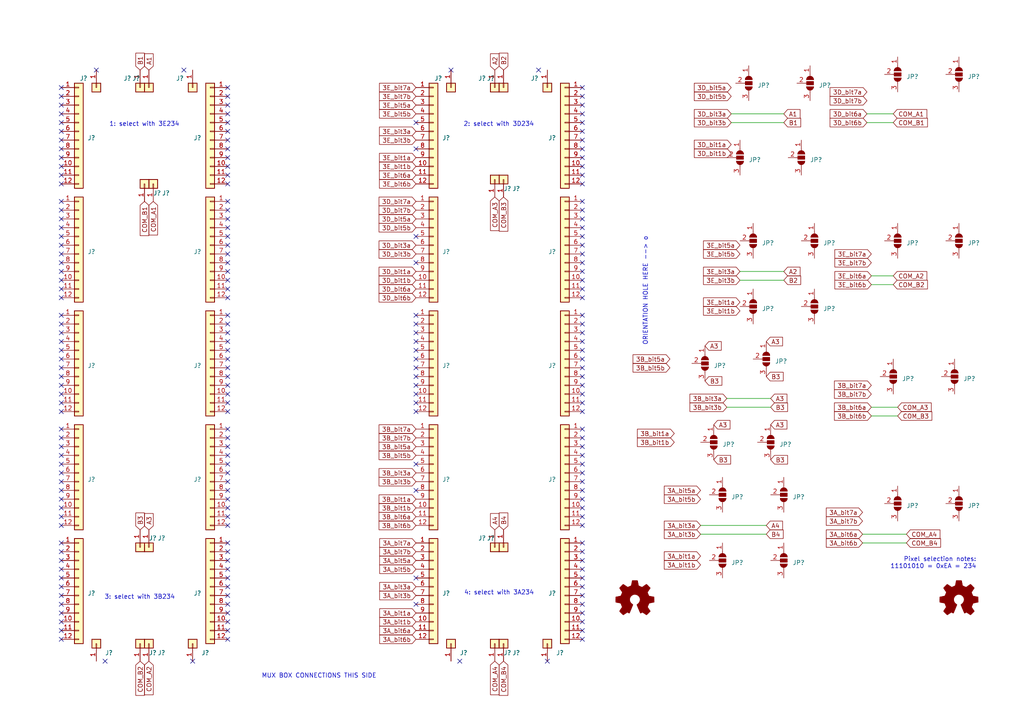
<source format=kicad_sch>
(kicad_sch (version 20210126) (generator eeschema)
  (paper "A4")
  (lib_symbols
    (symbol "Connector_Generic:Conn_01x01" (pin_names (offset 1.016) hide)
      (property "Reference" "J" (at 0 2.54 0))
      (property "Value" "Conn_01x01" (at 0 -2.54 0))
      (symbol "Conn_01x01_1_1"
        (rectangle (start -1.27 0.127) (end 0 -0.127) (stroke (width 0.1524)))
        (rectangle (start -1.27 1.27) (end 1.27 -1.27) (stroke (width 0.254)) (fill (type background)))
        (pin passive line (at -5.08 0 0) (length 3.81) (name "Pin_1") (number "1"))
      )
    )
    (symbol "Connector_Generic:Conn_01x12" (pin_names (offset 1.016) hide)
      (property "Reference" "J" (at 0 15.24 0))
      (property "Value" "Conn_01x12" (at 0 -17.78 0))
      (symbol "Conn_01x12_1_1"
        (rectangle (start -1.27 -15.113) (end 0 -15.367) (stroke (width 0.1524)))
        (rectangle (start -1.27 -12.573) (end 0 -12.827) (stroke (width 0.1524)))
        (rectangle (start -1.27 -10.033) (end 0 -10.287) (stroke (width 0.1524)))
        (rectangle (start -1.27 -7.493) (end 0 -7.747) (stroke (width 0.1524)))
        (rectangle (start -1.27 -4.953) (end 0 -5.207) (stroke (width 0.1524)))
        (rectangle (start -1.27 -2.413) (end 0 -2.667) (stroke (width 0.1524)))
        (rectangle (start -1.27 0.127) (end 0 -0.127) (stroke (width 0.1524)))
        (rectangle (start -1.27 2.667) (end 0 2.413) (stroke (width 0.1524)))
        (rectangle (start -1.27 5.207) (end 0 4.953) (stroke (width 0.1524)))
        (rectangle (start -1.27 7.747) (end 0 7.493) (stroke (width 0.1524)))
        (rectangle (start -1.27 10.287) (end 0 10.033) (stroke (width 0.1524)))
        (rectangle (start -1.27 12.827) (end 0 12.573) (stroke (width 0.1524)))
        (rectangle (start -1.27 13.97) (end 1.27 -16.51) (stroke (width 0.254)) (fill (type background)))
        (pin passive line (at -5.08 12.7 0) (length 3.81) (name "Pin_1") (number "1"))
        (pin passive line (at -5.08 -10.16 0) (length 3.81) (name "Pin_10") (number "10"))
        (pin passive line (at -5.08 -12.7 0) (length 3.81) (name "Pin_11") (number "11"))
        (pin passive line (at -5.08 -15.24 0) (length 3.81) (name "Pin_12") (number "12"))
        (pin passive line (at -5.08 10.16 0) (length 3.81) (name "Pin_2") (number "2"))
        (pin passive line (at -5.08 7.62 0) (length 3.81) (name "Pin_3") (number "3"))
        (pin passive line (at -5.08 5.08 0) (length 3.81) (name "Pin_4") (number "4"))
        (pin passive line (at -5.08 2.54 0) (length 3.81) (name "Pin_5") (number "5"))
        (pin passive line (at -5.08 0 0) (length 3.81) (name "Pin_6") (number "6"))
        (pin passive line (at -5.08 -2.54 0) (length 3.81) (name "Pin_7") (number "7"))
        (pin passive line (at -5.08 -5.08 0) (length 3.81) (name "Pin_8") (number "8"))
        (pin passive line (at -5.08 -7.62 0) (length 3.81) (name "Pin_9") (number "9"))
      )
    )
    (symbol "Graphic:Logo_Open_Hardware_Small" (pin_names (offset 1.016))
      (symbol "Logo_Open_Hardware_Small_0_1"
        (polyline (pts (xy 3.3528 -4.3434) (xy 3.302 -4.318) (xy 3.175 -4.2418) (xy 2.9972 -4.1148) (xy 2.7686 -3.9624) (xy 2.54 -3.81) (xy 2.3622 -3.7084) (xy 2.2352 -3.6068) (xy 2.1844 -3.5814) (xy 2.159 -3.6068) (xy 2.0574 -3.6576) (xy 1.905 -3.7338) (xy 1.8034 -3.7846) (xy 1.6764 -3.8354) (xy 1.6002 -3.8354) (xy 1.6002 -3.8354) (xy 1.5494 -3.7338) (xy 1.4732 -3.5306) (xy 1.3462 -3.302) (xy 1.2446 -3.0226) (xy 1.1176 -2.7178) (xy 0.9652 -2.413) (xy 0.8636 -2.1082) (xy 0.7366 -1.8288) (xy 0.6604 -1.6256) (xy 0.6096 -1.4732) (xy 0.5842 -1.397) (xy 0.5842 -1.397) (xy 0.6604 -1.3208) (xy 0.7874 -1.2446) (xy 1.0414 -1.016) (xy 1.2954 -0.6858) (xy 1.4478 -0.3302) (xy 1.524 0.0762) (xy 1.4732 0.4572) (xy 1.3208 0.8128) (xy 1.0668 1.143) (xy 0.762 1.3716) (xy 0.4064 1.524) (xy 0 1.5748) (xy -0.381 1.5494) (xy -0.7366 1.397) (xy -1.0668 1.143) (xy -1.2192 0.9906) (xy -1.397 0.6604) (xy -1.524 0.3048) (xy -1.524 0.2286) (xy -1.4986 -0.1778) (xy -1.397 -0.5334) (xy -1.1938 -0.8636) (xy -0.9144 -1.143) (xy -0.8636 -1.1684) (xy -0.7366 -1.27) (xy -0.635 -1.3462) (xy -0.5842 -1.397) (xy -1.0668 -2.5908) (xy -1.143 -2.794) (xy -1.2954 -3.1242) (xy -1.397 -3.4036) (xy -1.4986 -3.6322) (xy -1.5748 -3.7846) (xy -1.6002 -3.8354) (xy -1.6002 -3.8354) (xy -1.651 -3.8354) (xy -1.7272 -3.81) (xy -1.905 -3.7338) (xy -2.0066 -3.683) (xy -2.1336 -3.6068) (xy -2.2098 -3.5814) (xy -2.2606 -3.6068) (xy -2.3622 -3.683) (xy -2.54 -3.81) (xy -2.7686 -3.9624) (xy -2.9718 -4.0894) (xy -3.1496 -4.2164) (xy -3.302 -4.318) (xy -3.3528 -4.3434) (xy -3.3782 -4.3434) (xy -3.429 -4.318) (xy -3.5306 -4.2164) (xy -3.7084 -4.064) (xy -3.937 -3.8354) (xy -3.9624 -3.81) (xy -4.1656 -3.6068) (xy -4.318 -3.4544) (xy -4.4196 -3.3274) (xy -4.445 -3.2766) (xy -4.445 -3.2766) (xy -4.4196 -3.2258) (xy -4.318 -3.0734) (xy -4.2164 -2.8956) (xy -4.064 -2.667) (xy -3.6576 -2.0828) (xy -3.8862 -1.5494) (xy -3.937 -1.3716) (xy -4.0386 -1.1684) (xy -4.0894 -1.0414) (xy -4.1148 -0.9652) (xy -4.191 -0.9398) (xy -4.318 -0.9144) (xy -4.5466 -0.8636) (xy -4.8006 -0.8128) (xy -5.0546 -0.7874) (xy -5.2578 -0.7366) (xy -5.4356 -0.7112) (xy -5.5118 -0.6858) (xy -5.5118 -0.6858) (xy -5.5372 -0.635) (xy -5.5372 -0.5588) (xy -5.5372 -0.4318) (xy -5.5626 -0.2286) (xy -5.5626 0.0762) (xy -5.5626 0.127) (xy -5.5372 0.4064) (xy -5.5372 0.635) (xy -5.5372 0.762) (xy -5.5372 0.8382) (xy -5.5372 0.8382) (xy -5.461 0.8382) (xy -5.3086 0.889) (xy -5.08 0.9144) (xy -4.826 0.9652) (xy -4.8006 0.9906) (xy -4.5466 1.0414) (xy -4.318 1.0668) (xy -4.1656 1.1176) (xy -4.0894 1.143) (xy -4.0894 1.143) (xy -4.0386 1.2446) (xy -3.9624 1.4224) (xy -3.8608 1.6256) (xy -3.7846 1.8288) (xy -3.7084 2.0066) (xy -3.6576 2.159) (xy -3.6322 2.2098) (xy -3.6322 2.2098) (xy -3.683 2.286) (xy -3.7592 2.413) (xy -3.8862 2.5908) (xy -4.064 2.8194) (xy -4.064 2.8448) (xy -4.2164 3.0734) (xy -4.3434 3.2512) (xy -4.4196 3.3782) (xy -4.445 3.4544) (xy -4.445 3.4544) (xy -4.3942 3.5052) (xy -4.2926 3.6322) (xy -4.1148 3.81) (xy -3.937 4.0132) (xy -3.8608 4.064) (xy -3.6576 4.2926) (xy -3.5052 4.4196) (xy -3.4036 4.4958) (xy -3.3528 4.5212) (xy -3.3528 4.5212) (xy -3.302 4.4704) (xy -3.1496 4.3688) (xy -2.9718 4.2418) (xy -2.7432 4.0894) (xy -2.7178 4.0894) (xy -2.4892 3.937) (xy -2.3114 3.81) (xy -2.1844 3.7084) (xy -2.1336 3.683) (xy -2.1082 3.683) (xy -2.032 3.7084) (xy -1.8542 3.7592) (xy -1.6764 3.8354) (xy -1.4732 3.937) (xy -1.27 4.0132) (xy -1.143 4.064) (xy -1.0668 4.1148) (xy -1.0668 4.1148) (xy -1.0414 4.191) (xy -1.016 4.3434) (xy -0.9652 4.572) (xy -0.9144 4.8514) (xy -0.889 4.9022) (xy -0.8382 5.1562) (xy -0.8128 5.3848) (xy -0.7874 5.5372) (xy -0.762 5.588) (xy -0.7112 5.6134) (xy -0.5842 5.6134) (xy -0.4064 5.6134) (xy -0.1524 5.6134) (xy 0.0762 5.6134) (xy 0.3302 5.6134) (xy 0.5334 5.6134) (xy 0.6858 5.588) (xy 0.7366 5.588) (xy 0.7366 5.588) (xy 0.762 5.5118) (xy 0.8128 5.334) (xy 0.8382 5.1054) (xy 0.9144 4.826) (xy 0.9144 4.7752) (xy 0.9652 4.5212) (xy 1.016 4.2926) (xy 1.0414 4.1402) (xy 1.0668 4.0894) (xy 1.0668 4.0894) (xy 1.1938 4.0386) (xy 1.3716 3.9624) (xy 1.5748 3.8608) (xy 2.0828 3.6576) (xy 2.7178 4.0894) (xy 2.7686 4.1402) (xy 2.9972 4.2926) (xy 3.175 4.4196) (xy 3.302 4.4958) (xy 3.3782 4.5212) (xy 3.3782 4.5212) (xy 3.429 4.4704) (xy 3.556 4.3434) (xy 3.7338 4.191) (xy 3.9116 3.9878) (xy 4.064 3.8354) (xy 4.2418 3.6576) (xy 4.3434 3.556) (xy 4.4196 3.4798) (xy 4.4196 3.429) (xy 4.4196 3.4036) (xy 4.3942 3.3274) (xy 4.2926 3.2004) (xy 4.1656 2.9972) (xy 4.0132 2.794) (xy 3.8862 2.5908) (xy 3.7592 2.3876) (xy 3.6576 2.2352) (xy 3.6322 2.159) (xy 3.6322 2.1336) (xy 3.683 2.0066) (xy 3.7592 1.8288) (xy 3.8608 1.6002) (xy 4.064 1.1176) (xy 4.3942 1.0414) (xy 4.5974 1.016) (xy 4.8768 0.9652) (xy 5.1308 0.9144) (xy 5.5372 0.8382) (xy 5.5626 -0.6604) (xy 5.4864 -0.6858) (xy 5.4356 -0.6858) (xy 5.2832 -0.7366) (xy 5.0546 -0.762) (xy 4.8006 -0.8128) (xy 4.5974 -0.8636) (xy 4.3688 -0.9144) (xy 4.2164 -0.9398) (xy 4.1402 -0.9398) (xy 4.1148 -0.9652) (xy 4.064 -1.0668) (xy 3.9878 -1.2446) (xy 3.9116 -1.4478) (xy 3.81 -1.651) (xy 3.7338 -1.8542) (xy 3.683 -2.0066) (xy 3.6576 -2.0828) (xy 3.683 -2.1336) (xy 3.7846 -2.2606) (xy 3.8862 -2.4638) (xy 4.0386 -2.667) (xy 4.191 -2.8956) (xy 4.318 -3.0734) (xy 4.3942 -3.2004) (xy 4.445 -3.2766) (xy 4.4196 -3.3274) (xy 4.3434 -3.429) (xy 4.1656 -3.5814) (xy 3.937 -3.8354) (xy 3.8862 -3.8608) (xy 3.683 -4.064) (xy 3.5306 -4.2164) (xy 3.4036 -4.318) (xy 3.3528 -4.3434)) (fill (type outline)))
      )
    )
    (symbol "Jumper:SolderJumper_3_Open" (pin_names (offset 0) hide)
      (property "Reference" "JP" (at -2.54 -2.54 0))
      (property "Value" "SolderJumper_3_Open" (at 0 2.794 0))
      (symbol "SolderJumper_3_Open_0_1"
        (arc (start -1.016 1.016) (end -1.016 -1.016) (radius (at -1.016 0) (length 1.016) (angles 90.1 -90.1)))
        (arc (start 1.016 -1.016) (end 1.016 1.016) (radius (at 1.016 0) (length 1.016) (angles -89.9 89.9)))
        (arc (start -1.016 1.016) (end -1.016 -1.016) (radius (at -1.016 0) (length 1.016) (angles 90.1 -90.1)) (fill (type outline)))
        (arc (start 1.016 -1.016) (end 1.016 1.016) (radius (at 1.016 0) (length 1.016) (angles -89.9 89.9)) (fill (type outline)))
        (rectangle (start -0.508 1.016) (end 0.508 -1.016) (fill (type outline)))
        (polyline (pts (xy -2.54 0) (xy -2.032 0)))
        (polyline (pts (xy -1.016 1.016) (xy -1.016 -1.016)))
        (polyline (pts (xy 0 -1.27) (xy 0 -1.016)))
        (polyline (pts (xy 1.016 1.016) (xy 1.016 -1.016)))
        (polyline (pts (xy 2.54 0) (xy 2.032 0)))
      )
      (symbol "SolderJumper_3_Open_1_1"
        (pin passive line (at -5.08 0 0) (length 2.54) (name "A") (number "1"))
        (pin input line (at 0 -3.81 90) (length 2.54) (name "C") (number "2"))
        (pin passive line (at 5.08 0 180) (length 2.54) (name "B") (number "3"))
      )
    )
  )
  (no_connect (at 17.78 25.4))
  (no_connect (at 17.78 27.94))
  (no_connect (at 17.78 30.48))
  (no_connect (at 17.78 33.02))
  (no_connect (at 17.78 35.56))
  (no_connect (at 17.78 38.1))
  (no_connect (at 17.78 40.64))
  (no_connect (at 17.78 43.18))
  (no_connect (at 17.78 45.72))
  (no_connect (at 17.78 48.26))
  (no_connect (at 17.78 50.8))
  (no_connect (at 17.78 53.34))
  (no_connect (at 17.78 58.42))
  (no_connect (at 17.78 60.96))
  (no_connect (at 17.78 63.5))
  (no_connect (at 17.78 66.04))
  (no_connect (at 17.78 68.58))
  (no_connect (at 17.78 71.12))
  (no_connect (at 17.78 73.66))
  (no_connect (at 17.78 76.2))
  (no_connect (at 17.78 78.74))
  (no_connect (at 17.78 81.28))
  (no_connect (at 17.78 83.82))
  (no_connect (at 17.78 86.36))
  (no_connect (at 17.78 91.44))
  (no_connect (at 17.78 93.98))
  (no_connect (at 17.78 96.52))
  (no_connect (at 17.78 99.06))
  (no_connect (at 17.78 101.6))
  (no_connect (at 17.78 104.14))
  (no_connect (at 17.78 106.68))
  (no_connect (at 17.78 109.22))
  (no_connect (at 17.78 111.76))
  (no_connect (at 17.78 114.3))
  (no_connect (at 17.78 116.84))
  (no_connect (at 17.78 119.38))
  (no_connect (at 17.78 124.46))
  (no_connect (at 17.78 127))
  (no_connect (at 17.78 129.54))
  (no_connect (at 17.78 132.08))
  (no_connect (at 17.78 134.62))
  (no_connect (at 17.78 137.16))
  (no_connect (at 17.78 139.7))
  (no_connect (at 17.78 142.24))
  (no_connect (at 17.78 144.78))
  (no_connect (at 17.78 147.32))
  (no_connect (at 17.78 149.86))
  (no_connect (at 17.78 152.4))
  (no_connect (at 17.78 157.48))
  (no_connect (at 17.78 160.02))
  (no_connect (at 17.78 162.56))
  (no_connect (at 17.78 165.1))
  (no_connect (at 17.78 167.64))
  (no_connect (at 17.78 170.18))
  (no_connect (at 17.78 172.72))
  (no_connect (at 17.78 175.26))
  (no_connect (at 17.78 177.8))
  (no_connect (at 17.78 180.34))
  (no_connect (at 17.78 182.88))
  (no_connect (at 17.78 185.42))
  (no_connect (at 27.94 20.32))
  (no_connect (at 30.48 191.77))
  (no_connect (at 53.34 20.32))
  (no_connect (at 55.88 191.77))
  (no_connect (at 66.04 25.4))
  (no_connect (at 66.04 27.94))
  (no_connect (at 66.04 30.48))
  (no_connect (at 66.04 33.02))
  (no_connect (at 66.04 35.56))
  (no_connect (at 66.04 38.1))
  (no_connect (at 66.04 40.64))
  (no_connect (at 66.04 43.18))
  (no_connect (at 66.04 45.72))
  (no_connect (at 66.04 48.26))
  (no_connect (at 66.04 50.8))
  (no_connect (at 66.04 53.34))
  (no_connect (at 66.04 58.42))
  (no_connect (at 66.04 60.96))
  (no_connect (at 66.04 63.5))
  (no_connect (at 66.04 66.04))
  (no_connect (at 66.04 68.58))
  (no_connect (at 66.04 71.12))
  (no_connect (at 66.04 73.66))
  (no_connect (at 66.04 76.2))
  (no_connect (at 66.04 78.74))
  (no_connect (at 66.04 81.28))
  (no_connect (at 66.04 83.82))
  (no_connect (at 66.04 86.36))
  (no_connect (at 66.04 91.44))
  (no_connect (at 66.04 93.98))
  (no_connect (at 66.04 96.52))
  (no_connect (at 66.04 99.06))
  (no_connect (at 66.04 101.6))
  (no_connect (at 66.04 104.14))
  (no_connect (at 66.04 106.68))
  (no_connect (at 66.04 109.22))
  (no_connect (at 66.04 111.76))
  (no_connect (at 66.04 114.3))
  (no_connect (at 66.04 116.84))
  (no_connect (at 66.04 119.38))
  (no_connect (at 66.04 124.46))
  (no_connect (at 66.04 127))
  (no_connect (at 66.04 129.54))
  (no_connect (at 66.04 132.08))
  (no_connect (at 66.04 134.62))
  (no_connect (at 66.04 137.16))
  (no_connect (at 66.04 139.7))
  (no_connect (at 66.04 142.24))
  (no_connect (at 66.04 144.78))
  (no_connect (at 66.04 147.32))
  (no_connect (at 66.04 149.86))
  (no_connect (at 66.04 152.4))
  (no_connect (at 66.04 157.48))
  (no_connect (at 66.04 160.02))
  (no_connect (at 66.04 162.56))
  (no_connect (at 66.04 165.1))
  (no_connect (at 66.04 167.64))
  (no_connect (at 66.04 170.18))
  (no_connect (at 66.04 172.72))
  (no_connect (at 66.04 175.26))
  (no_connect (at 66.04 177.8))
  (no_connect (at 66.04 180.34))
  (no_connect (at 66.04 182.88))
  (no_connect (at 66.04 185.42))
  (no_connect (at 120.65 35.56))
  (no_connect (at 120.65 43.18))
  (no_connect (at 120.65 68.58))
  (no_connect (at 120.65 76.2))
  (no_connect (at 120.65 91.44))
  (no_connect (at 120.65 93.98))
  (no_connect (at 120.65 96.52))
  (no_connect (at 120.65 99.06))
  (no_connect (at 120.65 101.6))
  (no_connect (at 120.65 104.14))
  (no_connect (at 120.65 106.68))
  (no_connect (at 120.65 109.22))
  (no_connect (at 120.65 111.76))
  (no_connect (at 120.65 114.3))
  (no_connect (at 120.65 116.84))
  (no_connect (at 120.65 119.38))
  (no_connect (at 120.65 134.62))
  (no_connect (at 120.65 142.24))
  (no_connect (at 120.65 167.64))
  (no_connect (at 120.65 175.26))
  (no_connect (at 130.81 20.32))
  (no_connect (at 133.35 191.77))
  (no_connect (at 156.21 20.32))
  (no_connect (at 158.75 191.77))
  (no_connect (at 168.91 25.4))
  (no_connect (at 168.91 27.94))
  (no_connect (at 168.91 30.48))
  (no_connect (at 168.91 33.02))
  (no_connect (at 168.91 35.56))
  (no_connect (at 168.91 38.1))
  (no_connect (at 168.91 40.64))
  (no_connect (at 168.91 43.18))
  (no_connect (at 168.91 45.72))
  (no_connect (at 168.91 48.26))
  (no_connect (at 168.91 50.8))
  (no_connect (at 168.91 53.34))
  (no_connect (at 168.91 58.42))
  (no_connect (at 168.91 60.96))
  (no_connect (at 168.91 63.5))
  (no_connect (at 168.91 66.04))
  (no_connect (at 168.91 68.58))
  (no_connect (at 168.91 71.12))
  (no_connect (at 168.91 73.66))
  (no_connect (at 168.91 76.2))
  (no_connect (at 168.91 78.74))
  (no_connect (at 168.91 81.28))
  (no_connect (at 168.91 83.82))
  (no_connect (at 168.91 86.36))
  (no_connect (at 168.91 91.44))
  (no_connect (at 168.91 93.98))
  (no_connect (at 168.91 96.52))
  (no_connect (at 168.91 99.06))
  (no_connect (at 168.91 101.6))
  (no_connect (at 168.91 104.14))
  (no_connect (at 168.91 106.68))
  (no_connect (at 168.91 109.22))
  (no_connect (at 168.91 111.76))
  (no_connect (at 168.91 114.3))
  (no_connect (at 168.91 116.84))
  (no_connect (at 168.91 119.38))
  (no_connect (at 168.91 124.46))
  (no_connect (at 168.91 127))
  (no_connect (at 168.91 129.54))
  (no_connect (at 168.91 132.08))
  (no_connect (at 168.91 134.62))
  (no_connect (at 168.91 137.16))
  (no_connect (at 168.91 139.7))
  (no_connect (at 168.91 142.24))
  (no_connect (at 168.91 144.78))
  (no_connect (at 168.91 147.32))
  (no_connect (at 168.91 149.86))
  (no_connect (at 168.91 152.4))
  (no_connect (at 168.91 157.48))
  (no_connect (at 168.91 160.02))
  (no_connect (at 168.91 162.56))
  (no_connect (at 168.91 165.1))
  (no_connect (at 168.91 167.64))
  (no_connect (at 168.91 170.18))
  (no_connect (at 168.91 172.72))
  (no_connect (at 168.91 175.26))
  (no_connect (at 168.91 177.8))
  (no_connect (at 168.91 180.34))
  (no_connect (at 168.91 182.88))
  (no_connect (at 168.91 185.42))
  (wire (pts (xy 203.2 152.4) (xy 222.25 152.4)))
  (wire (pts (xy 203.2 154.94) (xy 222.25 154.94)))
  (wire (pts (xy 210.82 115.57) (xy 223.52 115.57)))
  (wire (pts (xy 210.82 118.11) (xy 223.52 118.11)))
  (wire (pts (xy 212.09 33.02) (xy 227.33 33.02)))
  (wire (pts (xy 212.09 35.56) (xy 227.33 35.56)))
  (wire (pts (xy 214.63 78.74) (xy 227.33 78.74)))
  (wire (pts (xy 214.63 81.28) (xy 227.33 81.28)))
  (wire (pts (xy 250.19 154.94) (xy 262.89 154.94)))
  (wire (pts (xy 250.19 157.48) (xy 262.89 157.48)))
  (wire (pts (xy 251.46 33.02) (xy 259.08 33.02)))
  (wire (pts (xy 251.46 35.56) (xy 259.08 35.56)))
  (wire (pts (xy 252.73 80.01) (xy 259.08 80.01)))
  (wire (pts (xy 252.73 82.55) (xy 259.08 82.55)))
  (wire (pts (xy 252.73 118.11) (xy 260.35 118.11)))
  (wire (pts (xy 252.73 120.65) (xy 260.35 120.65)))
  (text "3: select with 3B234" (at 50.8 173.99 180) (effects (font (size 1.27 1.27)) (justify right bottom)))
  (text "1: select with 3E234" (at 52.07 36.83 180) (effects (font (size 1.27 1.27)) (justify right bottom)))
  (text "MUX BOX CONNECTIONS THIS SIDE" (at 109.22 196.85 180) (effects (font (size 1.27 1.27)) (justify right bottom)))
  (text "2: select with 3D234" (at 154.94 36.83 180) (effects (font (size 1.27 1.27)) (justify right bottom)))
  (text "4: select with 3A234" (at 154.94 172.72 180) (effects (font (size 1.27 1.27)) (justify right bottom)))
  (text "ORIENTATION HOLE HERE --> o" (at 187.96 68.58 270) (effects (font (size 1.27 1.27)) (justify right bottom)))
  (text "Pixel selection notes:\n11101010 = 0xEA = 234" (at 283.21 165.1 180) (effects (font (size 1.27 1.27)) (justify right bottom)))
  (global_label "B1" (shape input) (at 40.64 20.32 90) (property "Intersheet References" "${INTERSHEET_REFS}" (effects hide)))
  (global_label "B3" (shape input) (at 40.64 153.67 90) (property "Intersheet References" "${INTERSHEET_REFS}" (effects hide)))
  (global_label "COM_B2" (shape input) (at 40.64 191.77 270) (property "Intersheet References" "${INTERSHEET_REFS}" (effects hide)))
  (global_label "COM_B1" (shape input) (at 41.91 58.42 270) (property "Intersheet References" "${INTERSHEET_REFS}" (effects hide)))
  (global_label "A1" (shape input) (at 43.18 20.32 90) (property "Intersheet References" "${INTERSHEET_REFS}" (effects hide)))
  (global_label "A3" (shape input) (at 43.18 153.67 90) (property "Intersheet References" "${INTERSHEET_REFS}" (effects hide)))
  (global_label "COM_A2" (shape input) (at 43.18 191.77 270) (property "Intersheet References" "${INTERSHEET_REFS}" (effects hide)))
  (global_label "COM_A1" (shape input) (at 44.45 58.42 270) (property "Intersheet References" "${INTERSHEET_REFS}" (effects hide)))
  (global_label "3E_bit7a" (shape input) (at 120.65 25.4 180) (property "Intersheet References" "${INTERSHEET_REFS}" (effects hide)))
  (global_label "3E_bit7b" (shape input) (at 120.65 27.94 180) (property "Intersheet References" "${INTERSHEET_REFS}" (effects hide)))
  (global_label "3E_bit5a" (shape input) (at 120.65 30.48 180) (property "Intersheet References" "${INTERSHEET_REFS}" (effects hide)))
  (global_label "3E_bit5b" (shape input) (at 120.65 33.02 180) (property "Intersheet References" "${INTERSHEET_REFS}" (effects hide)))
  (global_label "3E_bit3a" (shape input) (at 120.65 38.1 180) (property "Intersheet References" "${INTERSHEET_REFS}" (effects hide)))
  (global_label "3E_bit3b" (shape input) (at 120.65 40.64 180) (property "Intersheet References" "${INTERSHEET_REFS}" (effects hide)))
  (global_label "3E_bit1a" (shape input) (at 120.65 45.72 180) (property "Intersheet References" "${INTERSHEET_REFS}" (effects hide)))
  (global_label "3E_bit1b" (shape input) (at 120.65 48.26 180) (property "Intersheet References" "${INTERSHEET_REFS}" (effects hide)))
  (global_label "3E_bit6a" (shape input) (at 120.65 50.8 180) (property "Intersheet References" "${INTERSHEET_REFS}" (effects hide)))
  (global_label "3E_bit6b" (shape input) (at 120.65 53.34 180) (property "Intersheet References" "${INTERSHEET_REFS}" (effects hide)))
  (global_label "3D_bit7a" (shape input) (at 120.65 58.42 180) (property "Intersheet References" "${INTERSHEET_REFS}" (effects hide)))
  (global_label "3D_bit7b" (shape input) (at 120.65 60.96 180) (property "Intersheet References" "${INTERSHEET_REFS}" (effects hide)))
  (global_label "3D_bit5a" (shape input) (at 120.65 63.5 180) (property "Intersheet References" "${INTERSHEET_REFS}" (effects hide)))
  (global_label "3D_bit5b" (shape input) (at 120.65 66.04 180) (property "Intersheet References" "${INTERSHEET_REFS}" (effects hide)))
  (global_label "3D_bit3a" (shape input) (at 120.65 71.12 180) (property "Intersheet References" "${INTERSHEET_REFS}" (effects hide)))
  (global_label "3D_bit3b" (shape input) (at 120.65 73.66 180) (property "Intersheet References" "${INTERSHEET_REFS}" (effects hide)))
  (global_label "3D_bit1a" (shape input) (at 120.65 78.74 180) (property "Intersheet References" "${INTERSHEET_REFS}" (effects hide)))
  (global_label "3D_bit1b" (shape input) (at 120.65 81.28 180) (property "Intersheet References" "${INTERSHEET_REFS}" (effects hide)))
  (global_label "3D_bit6a" (shape input) (at 120.65 83.82 180) (property "Intersheet References" "${INTERSHEET_REFS}" (effects hide)))
  (global_label "3D_bit6b" (shape input) (at 120.65 86.36 180) (property "Intersheet References" "${INTERSHEET_REFS}" (effects hide)))
  (global_label "3B_bit7a" (shape input) (at 120.65 124.46 180) (property "Intersheet References" "${INTERSHEET_REFS}" (effects hide)))
  (global_label "3B_bit7b" (shape input) (at 120.65 127 180) (property "Intersheet References" "${INTERSHEET_REFS}" (effects hide)))
  (global_label "3B_bit5a" (shape input) (at 120.65 129.54 180) (property "Intersheet References" "${INTERSHEET_REFS}" (effects hide)))
  (global_label "3B_bit5b" (shape input) (at 120.65 132.08 180) (property "Intersheet References" "${INTERSHEET_REFS}" (effects hide)))
  (global_label "3B_bit3a" (shape input) (at 120.65 137.16 180) (property "Intersheet References" "${INTERSHEET_REFS}" (effects hide)))
  (global_label "3B_bit3b" (shape input) (at 120.65 139.7 180) (property "Intersheet References" "${INTERSHEET_REFS}" (effects hide)))
  (global_label "3B_bit1a" (shape input) (at 120.65 144.78 180) (property "Intersheet References" "${INTERSHEET_REFS}" (effects hide)))
  (global_label "3B_bit1b" (shape input) (at 120.65 147.32 180) (property "Intersheet References" "${INTERSHEET_REFS}" (effects hide)))
  (global_label "3B_bit6a" (shape input) (at 120.65 149.86 180) (property "Intersheet References" "${INTERSHEET_REFS}" (effects hide)))
  (global_label "3B_bit6b" (shape input) (at 120.65 152.4 180) (property "Intersheet References" "${INTERSHEET_REFS}" (effects hide)))
  (global_label "3A_bit7a" (shape input) (at 120.65 157.48 180) (property "Intersheet References" "${INTERSHEET_REFS}" (effects hide)))
  (global_label "3A_bit7b" (shape input) (at 120.65 160.02 180) (property "Intersheet References" "${INTERSHEET_REFS}" (effects hide)))
  (global_label "3A_bit5a" (shape input) (at 120.65 162.56 180) (property "Intersheet References" "${INTERSHEET_REFS}" (effects hide)))
  (global_label "3A_bit5b" (shape input) (at 120.65 165.1 180) (property "Intersheet References" "${INTERSHEET_REFS}" (effects hide)))
  (global_label "3A_bit3a" (shape input) (at 120.65 170.18 180) (property "Intersheet References" "${INTERSHEET_REFS}" (effects hide)))
  (global_label "3A_bit3b" (shape input) (at 120.65 172.72 180) (property "Intersheet References" "${INTERSHEET_REFS}" (effects hide)))
  (global_label "3A_bit1a" (shape input) (at 120.65 177.8 180) (property "Intersheet References" "${INTERSHEET_REFS}" (effects hide)))
  (global_label "3A_bit1b" (shape input) (at 120.65 180.34 180) (property "Intersheet References" "${INTERSHEET_REFS}" (effects hide)))
  (global_label "3A_bit6a" (shape input) (at 120.65 182.88 180) (property "Intersheet References" "${INTERSHEET_REFS}" (effects hide)))
  (global_label "3A_bit6b" (shape input) (at 120.65 185.42 180) (property "Intersheet References" "${INTERSHEET_REFS}" (effects hide)))
  (global_label "A2" (shape input) (at 143.51 20.32 90) (property "Intersheet References" "${INTERSHEET_REFS}" (effects hide)))
  (global_label "COM_A3" (shape input) (at 143.51 57.15 270) (property "Intersheet References" "${INTERSHEET_REFS}" (effects hide)))
  (global_label "A4" (shape input) (at 143.51 153.67 90) (property "Intersheet References" "${INTERSHEET_REFS}" (effects hide)))
  (global_label "COM_A4" (shape input) (at 143.51 191.77 270) (property "Intersheet References" "${INTERSHEET_REFS}" (effects hide)))
  (global_label "B2" (shape input) (at 146.05 20.32 90) (property "Intersheet References" "${INTERSHEET_REFS}" (effects hide)))
  (global_label "COM_B3" (shape input) (at 146.05 57.15 270) (property "Intersheet References" "${INTERSHEET_REFS}" (effects hide)))
  (global_label "B4" (shape input) (at 146.05 153.67 90) (property "Intersheet References" "${INTERSHEET_REFS}" (effects hide)))
  (global_label "COM_B4" (shape input) (at 146.05 191.77 270) (property "Intersheet References" "${INTERSHEET_REFS}" (effects hide)))
  (global_label "3B_bit5a" (shape input) (at 194.31 104.14 180) (property "Intersheet References" "${INTERSHEET_REFS}" (effects hide)))
  (global_label "3B_bit5b" (shape input) (at 194.31 106.68 180) (property "Intersheet References" "${INTERSHEET_REFS}" (effects hide)))
  (global_label "3B_bit1a" (shape input) (at 195.58 125.73 180) (property "Intersheet References" "${INTERSHEET_REFS}" (effects hide)))
  (global_label "3B_bit1b" (shape input) (at 195.58 128.27 180) (property "Intersheet References" "${INTERSHEET_REFS}" (effects hide)))
  (global_label "3A_bit5a" (shape input) (at 203.2 142.24 180) (property "Intersheet References" "${INTERSHEET_REFS}" (effects hide)))
  (global_label "3A_bit5b" (shape input) (at 203.2 144.78 180) (property "Intersheet References" "${INTERSHEET_REFS}" (effects hide)))
  (global_label "3A_bit3a" (shape input) (at 203.2 152.4 180) (property "Intersheet References" "${INTERSHEET_REFS}" (effects hide)))
  (global_label "3A_bit3b" (shape input) (at 203.2 154.94 180) (property "Intersheet References" "${INTERSHEET_REFS}" (effects hide)))
  (global_label "3A_bit1a" (shape input) (at 203.2 161.29 180) (property "Intersheet References" "${INTERSHEET_REFS}" (effects hide)))
  (global_label "3A_bit1b" (shape input) (at 203.2 163.83 180) (property "Intersheet References" "${INTERSHEET_REFS}" (effects hide)))
  (global_label "A3" (shape input) (at 204.47 100.33 0) (property "Intersheet References" "${INTERSHEET_REFS}" (effects hide)))
  (global_label "B3" (shape input) (at 204.47 110.49 0) (property "Intersheet References" "${INTERSHEET_REFS}" (effects hide)))
  (global_label "A3" (shape input) (at 207.01 123.19 0) (property "Intersheet References" "${INTERSHEET_REFS}" (effects hide)))
  (global_label "B3" (shape input) (at 207.01 133.35 0) (property "Intersheet References" "${INTERSHEET_REFS}" (effects hide)))
  (global_label "3B_bit3a" (shape input) (at 210.82 115.57 180) (property "Intersheet References" "${INTERSHEET_REFS}" (effects hide)))
  (global_label "3B_bit3b" (shape input) (at 210.82 118.11 180) (property "Intersheet References" "${INTERSHEET_REFS}" (effects hide)))
  (global_label "3D_bit5a" (shape input) (at 212.09 25.4 180) (property "Intersheet References" "${INTERSHEET_REFS}" (effects hide)))
  (global_label "3D_bit5b" (shape input) (at 212.09 27.94 180) (property "Intersheet References" "${INTERSHEET_REFS}" (effects hide)))
  (global_label "3D_bit3a" (shape input) (at 212.09 33.02 180) (property "Intersheet References" "${INTERSHEET_REFS}" (effects hide)))
  (global_label "3D_bit3b" (shape input) (at 212.09 35.56 180) (property "Intersheet References" "${INTERSHEET_REFS}" (effects hide)))
  (global_label "3D_bit1a" (shape input) (at 212.09 41.91 180) (property "Intersheet References" "${INTERSHEET_REFS}" (effects hide)))
  (global_label "3D_bit1b" (shape input) (at 212.09 44.45 180) (property "Intersheet References" "${INTERSHEET_REFS}" (effects hide)))
  (global_label "3E_bit5a" (shape input) (at 214.63 71.12 180) (property "Intersheet References" "${INTERSHEET_REFS}" (effects hide)))
  (global_label "3E_bit5b" (shape input) (at 214.63 73.66 180) (property "Intersheet References" "${INTERSHEET_REFS}" (effects hide)))
  (global_label "3E_bit3a" (shape input) (at 214.63 78.74 180) (property "Intersheet References" "${INTERSHEET_REFS}" (effects hide)))
  (global_label "3E_bit3b" (shape input) (at 214.63 81.28 180) (property "Intersheet References" "${INTERSHEET_REFS}" (effects hide)))
  (global_label "3E_bit1a" (shape input) (at 214.63 87.63 180) (property "Intersheet References" "${INTERSHEET_REFS}" (effects hide)))
  (global_label "3E_bit1b" (shape input) (at 214.63 90.17 180) (property "Intersheet References" "${INTERSHEET_REFS}" (effects hide)))
  (global_label "A3" (shape input) (at 222.25 99.06 0) (property "Intersheet References" "${INTERSHEET_REFS}" (effects hide)))
  (global_label "B3" (shape input) (at 222.25 109.22 0) (property "Intersheet References" "${INTERSHEET_REFS}" (effects hide)))
  (global_label "A4" (shape input) (at 222.25 152.4 0) (property "Intersheet References" "${INTERSHEET_REFS}" (effects hide)))
  (global_label "B4" (shape input) (at 222.25 154.94 0) (property "Intersheet References" "${INTERSHEET_REFS}" (effects hide)))
  (global_label "A3" (shape input) (at 223.52 115.57 0) (property "Intersheet References" "${INTERSHEET_REFS}" (effects hide)))
  (global_label "B3" (shape input) (at 223.52 118.11 0) (property "Intersheet References" "${INTERSHEET_REFS}" (effects hide)))
  (global_label "A3" (shape input) (at 223.52 123.19 0) (property "Intersheet References" "${INTERSHEET_REFS}" (effects hide)))
  (global_label "B3" (shape input) (at 223.52 133.35 0) (property "Intersheet References" "${INTERSHEET_REFS}" (effects hide)))
  (global_label "A1" (shape input) (at 227.33 33.02 0) (property "Intersheet References" "${INTERSHEET_REFS}" (effects hide)))
  (global_label "B1" (shape input) (at 227.33 35.56 0) (property "Intersheet References" "${INTERSHEET_REFS}" (effects hide)))
  (global_label "A2" (shape input) (at 227.33 78.74 0) (property "Intersheet References" "${INTERSHEET_REFS}" (effects hide)))
  (global_label "B2" (shape input) (at 227.33 81.28 0) (property "Intersheet References" "${INTERSHEET_REFS}" (effects hide)))
  (global_label "3A_bit7a" (shape input) (at 250.19 148.59 180) (property "Intersheet References" "${INTERSHEET_REFS}" (effects hide)))
  (global_label "3A_bit7b" (shape input) (at 250.19 151.13 180) (property "Intersheet References" "${INTERSHEET_REFS}" (effects hide)))
  (global_label "3A_bit6a" (shape input) (at 250.19 154.94 180) (property "Intersheet References" "${INTERSHEET_REFS}" (effects hide)))
  (global_label "3A_bit6b" (shape input) (at 250.19 157.48 180) (property "Intersheet References" "${INTERSHEET_REFS}" (effects hide)))
  (global_label "3D_bit7a" (shape input) (at 251.46 26.67 180) (property "Intersheet References" "${INTERSHEET_REFS}" (effects hide)))
  (global_label "3D_bit7b" (shape input) (at 251.46 29.21 180) (property "Intersheet References" "${INTERSHEET_REFS}" (effects hide)))
  (global_label "3D_bit6a" (shape input) (at 251.46 33.02 180) (property "Intersheet References" "${INTERSHEET_REFS}" (effects hide)))
  (global_label "3D_bit6b" (shape input) (at 251.46 35.56 180) (property "Intersheet References" "${INTERSHEET_REFS}" (effects hide)))
  (global_label "3E_bit7a" (shape input) (at 252.73 73.66 180) (property "Intersheet References" "${INTERSHEET_REFS}" (effects hide)))
  (global_label "3E_bit7b" (shape input) (at 252.73 76.2 180) (property "Intersheet References" "${INTERSHEET_REFS}" (effects hide)))
  (global_label "3E_bit6a" (shape input) (at 252.73 80.01 180) (property "Intersheet References" "${INTERSHEET_REFS}" (effects hide)))
  (global_label "3E_bit6b" (shape input) (at 252.73 82.55 180) (property "Intersheet References" "${INTERSHEET_REFS}" (effects hide)))
  (global_label "3B_bit7a" (shape input) (at 252.73 111.76 180) (property "Intersheet References" "${INTERSHEET_REFS}" (effects hide)))
  (global_label "3B_bit7b" (shape input) (at 252.73 114.3 180) (property "Intersheet References" "${INTERSHEET_REFS}" (effects hide)))
  (global_label "3B_bit6a" (shape input) (at 252.73 118.11 180) (property "Intersheet References" "${INTERSHEET_REFS}" (effects hide)))
  (global_label "3B_bit6b" (shape input) (at 252.73 120.65 180) (property "Intersheet References" "${INTERSHEET_REFS}" (effects hide)))
  (global_label "COM_A1" (shape input) (at 259.08 33.02 0) (property "Intersheet References" "${INTERSHEET_REFS}" (effects hide)))
  (global_label "COM_B1" (shape input) (at 259.08 35.56 0) (property "Intersheet References" "${INTERSHEET_REFS}" (effects hide)))
  (global_label "COM_A2" (shape input) (at 259.08 80.01 0) (property "Intersheet References" "${INTERSHEET_REFS}" (effects hide)))
  (global_label "COM_B2" (shape input) (at 259.08 82.55 0) (property "Intersheet References" "${INTERSHEET_REFS}" (effects hide)))
  (global_label "COM_A3" (shape input) (at 260.35 118.11 0) (property "Intersheet References" "${INTERSHEET_REFS}" (effects hide)))
  (global_label "COM_B3" (shape input) (at 260.35 120.65 0) (property "Intersheet References" "${INTERSHEET_REFS}" (effects hide)))
  (global_label "COM_A4" (shape input) (at 262.89 154.94 0) (property "Intersheet References" "${INTERSHEET_REFS}" (effects hide)))
  (global_label "COM_B4" (shape input) (at 262.89 157.48 0) (property "Intersheet References" "${INTERSHEET_REFS}" (effects hide)))
  (symbol (lib_id "Connector_Generic:Conn_01x01") (at 27.94 25.4 270) (unit 1)
    (property "Reference" "J?" (at 25.4 22.7331 90) (effects (justify right)))
    (property "Value" "Conn_01x01" (effects hide))
  )
  (symbol (lib_id "Connector_Generic:Conn_01x01") (at 27.94 186.69 90) (unit 1)
    (property "Reference" "J?" (at 30.48 189.3569 90) (effects (justify right)))
    (property "Value" "Conn_01x01" (effects hide))
  )
  (symbol (lib_id "Connector_Generic:Conn_01x01") (at 40.64 25.4 270) (unit 1)
    (property "Reference" "J?" (at 38.1 22.7331 90) (effects (justify right)))
    (property "Value" "Conn_01x01" (effects hide))
  )
  (symbol (lib_id "Connector_Generic:Conn_01x01") (at 40.64 158.75 90) (mirror x) (unit 1)
    (property "Reference" "J?" (at 43.18 156.0831 90) (effects (justify right)))
    (property "Value" "Conn_01x01" (effects hide))
  )
  (symbol (lib_id "Connector_Generic:Conn_01x01") (at 40.64 186.69 90) (unit 1)
    (property "Reference" "J?" (at 43.18 189.3569 90) (effects (justify right)))
    (property "Value" "Conn_01x01" (effects hide))
  )
  (symbol (lib_id "Connector_Generic:Conn_01x01") (at 41.91 53.34 90) (unit 1)
    (property "Reference" "J?" (at 44.45 56.0069 90) (effects (justify right)))
    (property "Value" "Conn_01x01" (effects hide))
  )
  (symbol (lib_id "Connector_Generic:Conn_01x01") (at 43.18 25.4 270) (unit 1)
    (property "Reference" "J?" (at 40.64 22.7331 90) (effects (justify right)))
    (property "Value" "Conn_01x01" (effects hide))
  )
  (symbol (lib_id "Connector_Generic:Conn_01x01") (at 43.18 158.75 90) (mirror x) (unit 1)
    (property "Reference" "J?" (at 45.72 156.0831 90) (effects (justify right)))
    (property "Value" "Conn_01x01" (effects hide))
  )
  (symbol (lib_id "Connector_Generic:Conn_01x01") (at 43.18 186.69 90) (unit 1)
    (property "Reference" "J?" (at 45.72 189.3569 90) (effects (justify right)))
    (property "Value" "Conn_01x01" (effects hide))
  )
  (symbol (lib_id "Connector_Generic:Conn_01x01") (at 44.45 53.34 90) (unit 1)
    (property "Reference" "J?" (at 46.99 56.0069 90) (effects (justify right)))
    (property "Value" "Conn_01x01" (effects hide))
  )
  (symbol (lib_id "Connector_Generic:Conn_01x01") (at 55.88 25.4 270) (unit 1)
    (property "Reference" "J?" (at 53.34 22.7331 90) (effects (justify right)))
    (property "Value" "Conn_01x01" (effects hide))
  )
  (symbol (lib_id "Connector_Generic:Conn_01x01") (at 55.88 186.69 90) (unit 1)
    (property "Reference" "J?" (at 58.42 189.3569 90) (effects (justify right)))
    (property "Value" "Conn_01x01" (effects hide))
  )
  (symbol (lib_id "Connector_Generic:Conn_01x01") (at 130.81 25.4 270) (unit 1)
    (property "Reference" "J?" (at 128.27 22.7331 90) (effects (justify right)))
    (property "Value" "Conn_01x01" (effects hide))
  )
  (symbol (lib_id "Connector_Generic:Conn_01x01") (at 130.81 186.69 90) (unit 1)
    (property "Reference" "J?" (at 133.35 189.3569 90) (effects (justify right)))
    (property "Value" "Conn_01x01" (effects hide))
  )
  (symbol (lib_id "Connector_Generic:Conn_01x01") (at 143.51 25.4 270) (unit 1)
    (property "Reference" "J?" (at 140.97 22.7331 90) (effects (justify right)))
    (property "Value" "Conn_01x01" (effects hide))
  )
  (symbol (lib_id "Connector_Generic:Conn_01x01") (at 143.51 52.07 90) (unit 1)
    (property "Reference" "J?" (at 146.05 54.7369 90) (effects (justify right)))
    (property "Value" "Conn_01x01" (effects hide))
  )
  (symbol (lib_id "Connector_Generic:Conn_01x01") (at 143.51 158.75 270) (unit 1)
    (property "Reference" "J?" (at 140.97 156.0831 90) (effects (justify right)))
    (property "Value" "Conn_01x01" (effects hide))
  )
  (symbol (lib_id "Connector_Generic:Conn_01x01") (at 143.51 186.69 90) (unit 1)
    (property "Reference" "J?" (at 146.05 189.3569 90) (effects (justify right)))
    (property "Value" "Conn_01x01" (effects hide))
  )
  (symbol (lib_id "Connector_Generic:Conn_01x01") (at 146.05 25.4 270) (unit 1)
    (property "Reference" "J?" (at 143.51 22.7331 90) (effects (justify right)))
    (property "Value" "Conn_01x01" (effects hide))
  )
  (symbol (lib_id "Connector_Generic:Conn_01x01") (at 146.05 52.07 90) (unit 1)
    (property "Reference" "J?" (at 148.59 54.7369 90) (effects (justify right)))
    (property "Value" "Conn_01x01" (effects hide))
  )
  (symbol (lib_id "Connector_Generic:Conn_01x01") (at 146.05 158.75 270) (unit 1)
    (property "Reference" "J?" (at 143.51 156.0831 90) (effects (justify right)))
    (property "Value" "Conn_01x01" (effects hide))
  )
  (symbol (lib_id "Connector_Generic:Conn_01x01") (at 146.05 186.69 90) (unit 1)
    (property "Reference" "J?" (at 148.59 189.3569 90) (effects (justify right)))
    (property "Value" "Conn_01x01" (effects hide))
  )
  (symbol (lib_id "Connector_Generic:Conn_01x01") (at 158.75 25.4 270) (unit 1)
    (property "Reference" "J?" (at 156.21 22.7331 90) (effects (justify right)))
    (property "Value" "Conn_01x01" (effects hide))
  )
  (symbol (lib_id "Connector_Generic:Conn_01x01") (at 158.75 186.69 90) (unit 1)
    (property "Reference" "J?" (at 161.29 189.3569 90) (effects (justify right)))
    (property "Value" "Conn_01x01" (effects hide))
  )
  (symbol (lib_id "Jumper:SolderJumper_3_Open") (at 204.47 105.41 270) (unit 1)
    (property "Reference" "JP?" (at 207.01 106.0449 90) (effects (justify left)))
    (property "Value" "SolderJumper_3_Open" (effects hide))
  )
  (symbol (lib_id "Jumper:SolderJumper_3_Open") (at 207.01 128.27 270) (unit 1)
    (property "Reference" "JP?" (at 209.55 128.9049 90) (effects (justify left)))
    (property "Value" "SolderJumper_3_Open" (effects hide))
  )
  (symbol (lib_id "Jumper:SolderJumper_3_Open") (at 209.55 143.51 270) (unit 1)
    (property "Reference" "JP?" (at 212.09 144.1449 90) (effects (justify left)))
    (property "Value" "SolderJumper_3_Open" (effects hide))
  )
  (symbol (lib_id "Jumper:SolderJumper_3_Open") (at 209.55 162.56 270) (unit 1)
    (property "Reference" "JP?" (at 212.09 163.1949 90) (effects (justify left)))
    (property "Value" "SolderJumper_3_Open" (effects hide))
  )
  (symbol (lib_id "Jumper:SolderJumper_3_Open") (at 214.63 45.72 270) (unit 1)
    (property "Reference" "JP?" (at 217.17 46.3549 90) (effects (justify left)))
    (property "Value" "SolderJumper_3_Open" (effects hide))
  )
  (symbol (lib_id "Jumper:SolderJumper_3_Open") (at 217.17 24.13 270) (unit 1)
    (property "Reference" "JP?" (at 219.71 24.7649 90) (effects (justify left)))
    (property "Value" "SolderJumper_3_Open" (effects hide))
  )
  (symbol (lib_id "Jumper:SolderJumper_3_Open") (at 218.44 69.85 270) (unit 1)
    (property "Reference" "JP?" (at 220.98 70.4849 90) (effects (justify left)))
    (property "Value" "SolderJumper_3_Open" (effects hide))
  )
  (symbol (lib_id "Jumper:SolderJumper_3_Open") (at 218.44 88.9 270) (unit 1)
    (property "Reference" "JP?" (at 220.98 89.5349 90) (effects (justify left)))
    (property "Value" "SolderJumper_3_Open" (effects hide))
  )
  (symbol (lib_id "Jumper:SolderJumper_3_Open") (at 222.25 104.14 270) (unit 1)
    (property "Reference" "JP?" (at 224.79 104.7749 90) (effects (justify left)))
    (property "Value" "SolderJumper_3_Open" (effects hide))
  )
  (symbol (lib_id "Jumper:SolderJumper_3_Open") (at 223.52 128.27 270) (unit 1)
    (property "Reference" "JP?" (at 226.06 128.9049 90) (effects (justify left)))
    (property "Value" "SolderJumper_3_Open" (effects hide))
  )
  (symbol (lib_id "Jumper:SolderJumper_3_Open") (at 227.33 143.51 270) (unit 1)
    (property "Reference" "JP?" (at 229.87 144.1449 90) (effects (justify left)))
    (property "Value" "SolderJumper_3_Open" (effects hide))
  )
  (symbol (lib_id "Jumper:SolderJumper_3_Open") (at 227.33 162.56 270) (unit 1)
    (property "Reference" "JP?" (at 229.87 163.1949 90) (effects (justify left)))
    (property "Value" "SolderJumper_3_Open" (effects hide))
  )
  (symbol (lib_id "Jumper:SolderJumper_3_Open") (at 232.41 45.72 270) (unit 1)
    (property "Reference" "JP?" (at 234.95 46.3549 90) (effects (justify left)))
    (property "Value" "SolderJumper_3_Open" (effects hide))
  )
  (symbol (lib_id "Jumper:SolderJumper_3_Open") (at 234.95 24.13 270) (unit 1)
    (property "Reference" "JP?" (at 237.49 24.7649 90) (effects (justify left)))
    (property "Value" "SolderJumper_3_Open" (effects hide))
  )
  (symbol (lib_id "Jumper:SolderJumper_3_Open") (at 236.22 69.85 270) (unit 1)
    (property "Reference" "JP?" (at 238.76 70.4849 90) (effects (justify left)))
    (property "Value" "SolderJumper_3_Open" (effects hide))
  )
  (symbol (lib_id "Jumper:SolderJumper_3_Open") (at 236.22 88.9 270) (unit 1)
    (property "Reference" "JP?" (at 238.76 89.5349 90) (effects (justify left)))
    (property "Value" "SolderJumper_3_Open" (effects hide))
  )
  (symbol (lib_id "Jumper:SolderJumper_3_Open") (at 259.08 109.22 270) (unit 1)
    (property "Reference" "JP?" (at 261.62 109.8549 90) (effects (justify left)))
    (property "Value" "SolderJumper_3_Open" (effects hide))
  )
  (symbol (lib_id "Jumper:SolderJumper_3_Open") (at 260.35 21.59 270) (unit 1)
    (property "Reference" "JP?" (at 262.89 22.2249 90) (effects (justify left)))
    (property "Value" "SolderJumper_3_Open" (effects hide))
  )
  (symbol (lib_id "Jumper:SolderJumper_3_Open") (at 260.35 69.85 270) (unit 1)
    (property "Reference" "JP?" (at 262.89 70.4849 90) (effects (justify left)))
    (property "Value" "SolderJumper_3_Open" (effects hide))
  )
  (symbol (lib_id "Jumper:SolderJumper_3_Open") (at 260.35 146.05 270) (unit 1)
    (property "Reference" "JP?" (at 262.89 146.6849 90) (effects (justify left)))
    (property "Value" "SolderJumper_3_Open" (effects hide))
  )
  (symbol (lib_id "Jumper:SolderJumper_3_Open") (at 276.86 109.22 270) (unit 1)
    (property "Reference" "JP?" (at 279.4 109.8549 90) (effects (justify left)))
    (property "Value" "SolderJumper_3_Open" (effects hide))
  )
  (symbol (lib_id "Jumper:SolderJumper_3_Open") (at 278.13 21.59 270) (unit 1)
    (property "Reference" "JP?" (at 280.67 22.2249 90) (effects (justify left)))
    (property "Value" "SolderJumper_3_Open" (effects hide))
  )
  (symbol (lib_id "Jumper:SolderJumper_3_Open") (at 278.13 69.85 270) (unit 1)
    (property "Reference" "JP?" (at 280.67 70.4849 90) (effects (justify left)))
    (property "Value" "SolderJumper_3_Open" (effects hide))
  )
  (symbol (lib_id "Jumper:SolderJumper_3_Open") (at 278.13 146.05 270) (unit 1)
    (property "Reference" "JP?" (at 280.67 146.6849 90) (effects (justify left)))
    (property "Value" "SolderJumper_3_Open" (effects hide))
  )
  (symbol (lib_id "Graphic:Logo_Open_Hardware_Small") (at 184.15 173.99 0) (unit 1)
    (property "Reference" "LOGO?" (effects hide))
    (property "Value" "Logo_Open_Hardware_Small" (effects hide))
  )
  (symbol (lib_id "Graphic:Logo_Open_Hardware_Small") (at 278.13 173.99 0) (unit 1)
    (property "Reference" "LOGO?" (effects hide))
    (property "Value" "Logo_Open_Hardware_Small" (effects hide))
  )
  (symbol (lib_id "Connector_Generic:Conn_01x12") (at 22.86 38.1 0) (unit 1)
    (property "Reference" "J?" (at 25.4 40.0049 0) (effects (justify left)))
    (property "Value" "Conn_01x12" (effects hide))
  )
  (symbol (lib_id "Connector_Generic:Conn_01x12") (at 22.86 71.12 0) (unit 1)
    (property "Reference" "J?" (at 25.4 73.0249 0) (effects (justify left)))
    (property "Value" "Conn_01x12" (effects hide))
  )
  (symbol (lib_id "Connector_Generic:Conn_01x12") (at 22.86 104.14 0) (unit 1)
    (property "Reference" "J?" (at 25.4 106.0449 0) (effects (justify left)))
    (property "Value" "Conn_01x12" (effects hide))
  )
  (symbol (lib_id "Connector_Generic:Conn_01x12") (at 22.86 137.16 0) (unit 1)
    (property "Reference" "J?" (at 25.4 139.0649 0) (effects (justify left)))
    (property "Value" "Conn_01x12" (effects hide))
  )
  (symbol (lib_id "Connector_Generic:Conn_01x12") (at 22.86 170.18 0) (unit 1)
    (property "Reference" "J?" (at 25.4 172.0849 0) (effects (justify left)))
    (property "Value" "Conn_01x12" (effects hide))
  )
  (symbol (lib_id "Connector_Generic:Conn_01x12") (at 60.96 38.1 0) (mirror y) (unit 1)
    (property "Reference" "J?" (at 58.42 40.0049 0) (effects (justify left)))
    (property "Value" "Conn_01x12" (effects hide))
  )
  (symbol (lib_id "Connector_Generic:Conn_01x12") (at 60.96 71.12 0) (mirror y) (unit 1)
    (property "Reference" "J?" (at 58.42 73.0249 0) (effects (justify left)))
    (property "Value" "Conn_01x12" (effects hide))
  )
  (symbol (lib_id "Connector_Generic:Conn_01x12") (at 60.96 104.14 0) (mirror y) (unit 1)
    (property "Reference" "J?" (at 58.42 106.0449 0) (effects (justify left)))
    (property "Value" "Conn_01x12" (effects hide))
  )
  (symbol (lib_id "Connector_Generic:Conn_01x12") (at 60.96 137.16 0) (mirror y) (unit 1)
    (property "Reference" "J?" (at 58.42 139.0649 0) (effects (justify left)))
    (property "Value" "Conn_01x12" (effects hide))
  )
  (symbol (lib_id "Connector_Generic:Conn_01x12") (at 60.96 170.18 0) (mirror y) (unit 1)
    (property "Reference" "J?" (at 58.42 172.0849 0) (effects (justify left)))
    (property "Value" "Conn_01x12" (effects hide))
  )
  (symbol (lib_id "Connector_Generic:Conn_01x12") (at 125.73 38.1 0) (unit 1)
    (property "Reference" "J?" (at 128.27 40.0049 0) (effects (justify left)))
    (property "Value" "Conn_01x12" (effects hide))
  )
  (symbol (lib_id "Connector_Generic:Conn_01x12") (at 125.73 71.12 0) (unit 1)
    (property "Reference" "J?" (at 128.27 73.0249 0) (effects (justify left)))
    (property "Value" "Conn_01x12" (effects hide))
  )
  (symbol (lib_id "Connector_Generic:Conn_01x12") (at 125.73 104.14 0) (unit 1)
    (property "Reference" "J?" (at 128.27 106.0449 0) (effects (justify left)))
    (property "Value" "Conn_01x12" (effects hide))
  )
  (symbol (lib_id "Connector_Generic:Conn_01x12") (at 125.73 137.16 0) (unit 1)
    (property "Reference" "J?" (at 128.27 139.0649 0) (effects (justify left)))
    (property "Value" "Conn_01x12" (effects hide))
  )
  (symbol (lib_id "Connector_Generic:Conn_01x12") (at 125.73 170.18 0) (unit 1)
    (property "Reference" "J?" (at 128.27 172.0849 0) (effects (justify left)))
    (property "Value" "Conn_01x12" (effects hide))
  )
  (symbol (lib_id "Connector_Generic:Conn_01x12") (at 163.83 38.1 0) (mirror y) (unit 1)
    (property "Reference" "J?" (at 161.29 40.0049 0) (effects (justify left)))
    (property "Value" "Conn_01x12" (effects hide))
  )
  (symbol (lib_id "Connector_Generic:Conn_01x12") (at 163.83 71.12 0) (mirror y) (unit 1)
    (property "Reference" "J?" (at 161.29 73.0249 0) (effects (justify left)))
    (property "Value" "Conn_01x12" (effects hide))
  )
  (symbol (lib_id "Connector_Generic:Conn_01x12") (at 163.83 104.14 0) (mirror y) (unit 1)
    (property "Reference" "J?" (at 161.29 106.0449 0) (effects (justify left)))
    (property "Value" "Conn_01x12" (effects hide))
  )
  (symbol (lib_id "Connector_Generic:Conn_01x12") (at 163.83 137.16 0) (mirror y) (unit 1)
    (property "Reference" "J?" (at 161.29 139.0649 0) (effects (justify left)))
    (property "Value" "Conn_01x12" (effects hide))
  )
  (symbol (lib_id "Connector_Generic:Conn_01x12") (at 163.83 170.18 0) (mirror y) (unit 1)
    (property "Reference" "J?" (at 161.29 172.0849 0) (effects (justify left)))
    (property "Value" "Conn_01x12" (effects hide))
  )
)
</source>
